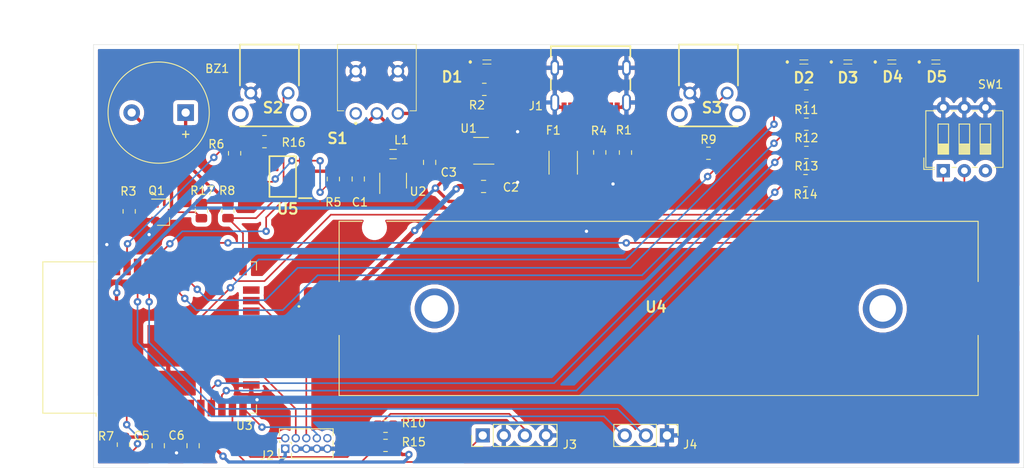
<source format=kicad_pcb>
(kicad_pcb (version 20171130) (host pcbnew "(5.1.6)-1")
  (layers (0 Front signal) (1 In1.Cu signal) (2 In2.Cu signal) (31 Back signal) (34 B.Paste user) (35 F.Paste user) (36 B.SilkS user) (37 F.SilkS user) (38 B.Mask user) (39 F.Mask user) (44 Edge.Cuts user))
  (net 0 "")
  (net 1 GND)
  (net 2 +BATT)
  (net 3 "Net-(C2-Pad1)")
  (net 4 VCC)
  (net 5 VBUS)
  (net 6 "Net-(D1-Pad1)")
  (net 7 "Net-(D2-Pad2)")
  (net 8 "Net-(D3-Pad2)")
  (net 9 "Net-(D4-Pad2)")
  (net 10 "Net-(D5-Pad2)")
  (net 11 "Net-(F1-Pad1)")
  (net 12 "Net-(J1-PadB8)")
  (net 13 "Net-(J1-PadA5)")
  (net 14 "Net-(J1-PadB7)")
  (net 15 "Net-(J1-PadB5)")
  (net 16 "Net-(J1-PadA8)")
  (net 17 "Net-(J1-PadB6)")
  (net 18 "Net-(J1-PadA6)")
  (net 19 "Net-(J2-Pad10)")
  (net 20 /TDI)
  (net 21 /TDO)
  (net 22 /TCK)
  (net 23 /TMS)
  (net 24 /SW_BLK)
  (net 25 /SW_RED)
  (net 26 "Net-(L1-Pad1)")
  (net 27 "Net-(R2-Pad1)")
  (net 28 "Net-(R7-Pad2)")
  (net 29 "Net-(R8-Pad2)")
  (net 30 /SW_USER)
  (net 31 /LED0)
  (net 32 /LED1)
  (net 33 /LED2)
  (net 34 /LED3)
  (net 35 "Net-(S1-Pad1)")
  (net 36 "Net-(U1-Pad4)")
  (net 37 "Net-(U3-Pad32)")
  (net 38 "Net-(U3-Pad28)")
  (net 39 "Net-(U3-Pad27)")
  (net 40 "Net-(U3-Pad24)")
  (net 41 "Net-(U3-Pad22)")
  (net 42 "Net-(U3-Pad21)")
  (net 43 "Net-(U3-Pad20)")
  (net 44 "Net-(U3-Pad19)")
  (net 45 "Net-(U3-Pad18)")
  (net 46 "Net-(U3-Pad17)")
  (net 47 "Net-(U3-Pad5)")
  (net 48 "Net-(U3-Pad4)")
  (net 49 "Net-(U4-PadMH2)")
  (net 50 "Net-(U4-PadMH1)")
  (net 51 "Net-(BZ1-Pad2)")
  (net 52 "Net-(Q1-Pad1)")
  (net 53 /BUZZER)
  (net 54 "Net-(U3-Pad8)")
  (net 55 "Net-(U3-Pad9)")
  (net 56 /SW_ID0)
  (net 57 /SW_ID1)
  (net 58 "Net-(R5-Pad2)")
  (net 59 /BAT_ADC)
  (net 60 "Net-(R6-Pad1)")
  (net 61 /BAT_ADC_EN)
  (net 62 "Net-(SW1-Pad3)")
  (net 63 /UART_RX)
  (net 64 /UART_TX)
  (module RF_Module:ESP32-WROOM-32 (layer Front) (at 119.255 87.9 90)
    (fp_text reference U3 (at -10.61 8.43) (layer F.SilkS))
    (fp_text value ESP32-WROOM-32)
    (pad 39 smd rect (at -1 -0.755 90) (size 5 5) (layers Front F.Paste F.Mask) (net 1 GND))
    (pad 1 smd rect (at -8.5 -8.255 90) (size 2 0.9) (layers Front F.Paste F.Mask) (net 1 GND))
    (pad 2 smd rect (at -8.5 -6.985 90) (size 2 0.9) (layers Front F.Paste F.Mask) (net 4 VCC))
    (pad 3 smd rect (at -8.5 -5.715 90) (size 2 0.9) (layers Front F.Paste F.Mask) (net 28 "Net-(R7-Pad2)"))
    (pad 4 smd rect (at -8.5 -4.445 90) (size 2 0.9) (layers Front F.Paste F.Mask) (net 48 "Net-(U3-Pad4)"))
    (pad 5 smd rect (at -8.5 -3.175 90) (size 2 0.9) (layers Front F.Paste F.Mask) (net 47 "Net-(U3-Pad5)"))
    (pad 6 smd rect (at -8.5 -1.905 90) (size 2 0.9) (layers Front F.Paste F.Mask) (net 25 /SW_RED))
    (pad 7 smd rect (at -8.5 -0.635 90) (size 2 0.9) (layers Front F.Paste F.Mask) (net 24 /SW_BLK))
    (pad 8 smd rect (at -8.5 0.635 90) (size 2 0.9) (layers Front F.Paste F.Mask) (net 54 "Net-(U3-Pad8)"))
    (pad 9 smd rect (at -8.5 1.905 90) (size 2 0.9) (layers Front F.Paste F.Mask) (net 55 "Net-(U3-Pad9)"))
    (pad 10 smd rect (at -8.5 3.175 90) (size 2 0.9) (layers Front F.Paste F.Mask) (net 30 /SW_USER))
    (pad 11 smd rect (at -8.5 4.445 90) (size 2 0.9) (layers Front F.Paste F.Mask) (net 33 /LED2))
    (pad 12 smd rect (at -8.5 5.715 90) (size 2 0.9) (layers Front F.Paste F.Mask) (net 34 /LED3))
    (pad 13 smd rect (at -8.5 6.985 90) (size 2 0.9) (layers Front F.Paste F.Mask) (net 23 /TMS))
    (pad 14 smd rect (at -8.5 8.255 90) (size 2 0.9) (layers Front F.Paste F.Mask) (net 20 /TDI))
    (pad 15 smd rect (at -5.715 9.255 180) (size 2 0.9) (layers Front F.Paste F.Mask) (net 1 GND))
    (pad 16 smd rect (at -4.445 9.255 180) (size 2 0.9) (layers Front F.Paste F.Mask) (net 22 /TCK))
    (pad 17 smd rect (at -3.175 9.255 180) (size 2 0.9) (layers Front F.Paste F.Mask) (net 46 "Net-(U3-Pad17)"))
    (pad 18 smd rect (at -1.905 9.255 180) (size 2 0.9) (layers Front F.Paste F.Mask) (net 45 "Net-(U3-Pad18)"))
    (pad 19 smd rect (at -0.635 9.255 180) (size 2 0.9) (layers Front F.Paste F.Mask) (net 44 "Net-(U3-Pad19)"))
    (pad 20 smd rect (at 0.635 9.255 180) (size 2 0.9) (layers Front F.Paste F.Mask) (net 43 "Net-(U3-Pad20)"))
    (pad 21 smd rect (at 1.905 9.255 180) (size 2 0.9) (layers Front F.Paste F.Mask) (net 42 "Net-(U3-Pad21)"))
    (pad 22 smd rect (at 3.175 9.255 180) (size 2 0.9) (layers Front F.Paste F.Mask) (net 41 "Net-(U3-Pad22)"))
    (pad 23 smd rect (at 4.445 9.255 180) (size 2 0.9) (layers Front F.Paste F.Mask) (net 21 /TDO))
    (pad 24 smd rect (at 5.715 9.255 180) (size 2 0.9) (layers Front F.Paste F.Mask) (net 40 "Net-(U3-Pad24)"))
    (pad 25 smd rect (at 8.5 8.255 90) (size 2 0.9) (layers Front F.Paste F.Mask) (net 29 "Net-(R8-Pad2)"))
    (pad 26 smd rect (at 8.5 6.985 90) (size 2 0.9) (layers Front F.Paste F.Mask) (net 56 /SW_ID0))
    (pad 27 smd rect (at 8.5 5.715 90) (size 2 0.9) (layers Front F.Paste F.Mask) (net 39 "Net-(U3-Pad27)"))
    (pad 28 smd rect (at 8.5 4.445 90) (size 2 0.9) (layers Front F.Paste F.Mask) (net 38 "Net-(U3-Pad28)"))
    (pad 29 smd rect (at 8.5 3.175 90) (size 2 0.9) (layers Front F.Paste F.Mask) (net 57 /SW_ID1))
    (pad 30 smd rect (at 8.5 1.905 90) (size 2 0.9) (layers Front F.Paste F.Mask) (net 31 /LED0))
    (pad 31 smd rect (at 8.5 0.635 90) (size 2 0.9) (layers Front F.Paste F.Mask) (net 32 /LED1))
    (pad 32 smd rect (at 8.5 -0.635 90) (size 2 0.9) (layers Front F.Paste F.Mask) (net 37 "Net-(U3-Pad32)"))
    (pad 33 smd rect (at 8.5 -1.905 90) (size 2 0.9) (layers Front F.Paste F.Mask) (net 61 /BAT_ADC_EN))
    (pad 34 smd rect (at 8.5 -3.175 90) (size 2 0.9) (layers Front F.Paste F.Mask) (net 63 /UART_RX))
    (pad 35 smd rect (at 8.5 -4.445 90) (size 2 0.9) (layers Front F.Paste F.Mask) (net 64 /UART_TX))
    (pad 36 smd rect (at 8.5 -5.715 90) (size 2 0.9) (layers Front F.Paste F.Mask) (net 59 /BAT_ADC))
    (pad 37 smd rect (at 8.5 -6.985 90) (size 2 0.9) (layers Front F.Paste F.Mask) (net 53 /BUZZER))
    (pad 38 smd rect (at 8.5 -8.255 90) (size 2 0.9) (layers Front F.Paste F.Mask) (net 1 GND))
  )
  (module Connector_PinHeader_2.54mm:PinHeader_1x03_P2.54mm_Vertical (layer Front) (at 178.6 99.7 270)
    (fp_text reference J4 (at 1.1 -2.8 180) (layer F.SilkS))
    (fp_text value UART_Prog)
    (pad 3 thru_hole oval (at 0 5.08 270) (size 1.7 1.7) (drill 1) (layers *.Cu *.Mask) (net 64 /UART_TX))
    (pad 2 thru_hole oval (at 0 2.54 270) (size 1.7 1.7) (drill 1) (layers *.Cu *.Mask) (net 63 /UART_RX))
    (pad 1 thru_hole rect (at 0 0 270) (size 1.7 1.7) (drill 1) (layers *.Cu *.Mask) (net 1 GND))
  )
  (module Package_TO_SOT_SMD:SOT-23-5 (layer Front) (at 145.6 69 90)
    (fp_text reference U2 (at -1.3 3 180) (layer F.SilkS))
    (fp_text value SC4626)
    (pad 1 smd rect (at -1.1 -0.95 90) (size 1.06 0.65) (layers Front F.Paste F.Mask) (net 2 +BATT))
    (pad 2 smd rect (at -1.1 0 90) (size 1.06 0.65) (layers Front F.Paste F.Mask) (net 1 GND))
    (pad 3 smd rect (at -1.1 0.95 90) (size 1.06 0.65) (layers Front F.Paste F.Mask) (net 2 +BATT))
    (pad 4 smd rect (at 1.1 0.95 90) (size 1.06 0.65) (layers Front F.Paste F.Mask) (net 4 VCC))
    (pad 5 smd rect (at 1.1 -0.95 90) (size 1.06 0.65) (layers Front F.Paste F.Mask) (net 26 "Net-(L1-Pad1)"))
  )
  (module SamacSys_Parts:SOIC127P600X175-8N (layer Front) (at 132.3 68.5 180)
    (fp_text reference U5 (at -0.6 -3.9) (layer F.SilkS) (effects (font (size 1.27 1.27) (thickness 0.254))))
    (fp_text value IRF9952TRPBF hide)
    (pad 8 smd rect (at 2.712 -1.905 270) (size 0.7 1.525) (layers Front F.Paste F.Mask) (net 58 "Net-(R5-Pad2)"))
    (pad 7 smd rect (at 2.712 -0.635 270) (size 0.7 1.525) (layers Front F.Paste F.Mask) (net 58 "Net-(R5-Pad2)"))
    (pad 6 smd rect (at 2.712 0.635 270) (size 0.7 1.525) (layers Front F.Paste F.Mask) (net 60 "Net-(R6-Pad1)"))
    (pad 5 smd rect (at 2.712 1.905 270) (size 0.7 1.525) (layers Front F.Paste F.Mask) (net 60 "Net-(R6-Pad1)"))
    (pad 4 smd rect (at -2.712 1.905 270) (size 0.7 1.525) (layers Front F.Paste F.Mask) (net 58 "Net-(R5-Pad2)"))
    (pad 3 smd rect (at -2.712 0.635 270) (size 0.7 1.525) (layers Front F.Paste F.Mask) (net 2 +BATT))
    (pad 2 smd rect (at -2.712 -0.635 270) (size 0.7 1.525) (layers Front F.Paste F.Mask) (net 61 /BAT_ADC_EN))
    (pad 1 smd rect (at -2.712 -1.905 270) (size 0.7 1.525) (layers Front F.Paste F.Mask) (net 1 GND))
  )
  (module Resistor_SMD:R_0805_2012Metric (layer Front) (at 122.5 72.6125 270)
    (fp_text reference R17 (at -2.4125 -0.1 180) (layer F.SilkS))
    (fp_text value 1K)
    (pad 2 smd roundrect (at 0.9125 0 270) (size 1.025 1.4) (layers Front F.Paste F.Mask) (roundrect_rratio 0.243902) (net 51 "Net-(BZ1-Pad2)"))
    (pad 1 smd roundrect (at -0.9125 0 270) (size 1.025 1.4) (layers Front F.Paste F.Mask) (roundrect_rratio 0.243902) (net 4 VCC))
  )
  (module Resistor_SMD:R_0805_2012Metric (layer Front) (at 130.1 64.3)
    (fp_text reference R16 (at 3.5125 0.1) (layer F.SilkS))
    (fp_text value 100K)
    (pad 2 smd roundrect (at 0.9125 0) (size 1.025 1.4) (layers Front F.Paste F.Mask) (roundrect_rratio 0.243902) (net 1 GND))
    (pad 1 smd roundrect (at -0.9125 0) (size 1.025 1.4) (layers Front F.Paste F.Mask) (roundrect_rratio 0.243902) (net 59 /BAT_ADC))
  )
  (module Resistor_SMD:R_0805_2012Metric (layer Front) (at 126.5 65.7 90)
    (fp_text reference R6 (at 1.1 -2.2 180) (layer F.SilkS))
    (fp_text value 100K)
    (pad 2 smd roundrect (at 0.9125 0 90) (size 1.025 1.4) (layers Front F.Paste F.Mask) (roundrect_rratio 0.243902) (net 59 /BAT_ADC))
    (pad 1 smd roundrect (at -0.9125 0 90) (size 1.025 1.4) (layers Front F.Paste F.Mask) (roundrect_rratio 0.243902) (net 60 "Net-(R6-Pad1)"))
  )
  (module Resistor_SMD:R_0805_2012Metric (layer Front) (at 138.4 68.8 270)
    (fp_text reference R5 (at 2.8 0 180) (layer F.SilkS))
    (fp_text value 100K)
    (pad 2 smd roundrect (at 0.9125 0 270) (size 1.025 1.4) (layers Front F.Paste F.Mask) (roundrect_rratio 0.243902) (net 58 "Net-(R5-Pad2)"))
    (pad 1 smd roundrect (at -0.9125 0 270) (size 1.025 1.4) (layers Front F.Paste F.Mask) (roundrect_rratio 0.243902) (net 2 +BATT))
  )
  (module SamacSys_Parts:1825027-8 (layer Front) (at 183.6 52.6 180)
    (fp_text reference S3 (at -0.428 -7.61) (layer F.SilkS) (effects (font (size 1.27 1.27) (thickness 0.254))))
    (fp_text value 1825027-8 hide)
    (pad 4 thru_hole circle (at 3.505 -8.34 180) (size 2 2) (drill 1.3) (layers *.Cu *.Mask))
    (pad 3 thru_hole circle (at -3.505 -8.34 180) (size 2 2) (drill 1.3) (layers *.Cu *.Mask))
    (pad 2 thru_hole circle (at 2.25 -5.85 180) (size 1.55 1.55) (drill 1) (layers *.Cu *.Mask) (net 1 GND))
    (pad 1 thru_hole circle (at -2.25 -5.85 180) (size 1.55 1.55) (drill 1) (layers *.Cu *.Mask) (net 30 /SW_USER))
  )
  (module SamacSys_Parts:1825027-8 (layer Front) (at 130.7 52.6 180)
    (fp_text reference S2 (at -0.428 -7.61) (layer F.SilkS) (effects (font (size 1.27 1.27) (thickness 0.254))))
    (fp_text value 1825027-8 hide)
    (pad 4 thru_hole circle (at 3.505 -8.34 180) (size 2 2) (drill 1.3) (layers *.Cu *.Mask))
    (pad 3 thru_hole circle (at -3.505 -8.34 180) (size 2 2) (drill 1.3) (layers *.Cu *.Mask))
    (pad 2 thru_hole circle (at 2.25 -5.85 180) (size 1.55 1.55) (drill 1) (layers *.Cu *.Mask) (net 1 GND))
    (pad 1 thru_hole circle (at -2.25 -5.85 180) (size 1.55 1.55) (drill 1) (layers *.Cu *.Mask) (net 29 "Net-(R8-Pad2)"))
  )
  (module Button_Switch_THT:SW_DIP_SPSTx03_Slide_6.7x9.18mm_W7.62mm_P2.54mm_LowProfile (layer Front) (at 211.9 67.8 90)
    (fp_text reference SW1 (at 10.4 5.7 180) (layer F.SilkS))
    (fp_text value SW_DIP_x03)
    (pad 6 thru_hole oval (at 7.62 0 90) (size 1.6 1.6) (drill 0.8) (layers *.Cu *.Mask) (net 1 GND))
    (pad 3 thru_hole oval (at 0 5.08 90) (size 1.6 1.6) (drill 0.8) (layers *.Cu *.Mask) (net 62 "Net-(SW1-Pad3)"))
    (pad 5 thru_hole oval (at 7.62 2.54 90) (size 1.6 1.6) (drill 0.8) (layers *.Cu *.Mask) (net 1 GND))
    (pad 2 thru_hole oval (at 0 2.54 90) (size 1.6 1.6) (drill 0.8) (layers *.Cu *.Mask) (net 57 /SW_ID1))
    (pad 4 thru_hole oval (at 7.62 5.08 90) (size 1.6 1.6) (drill 0.8) (layers *.Cu *.Mask) (net 1 GND))
    (pad 1 thru_hole rect (at 0 0 90) (size 1.6 1.6) (drill 0.8) (layers *.Cu *.Mask) (net 56 /SW_ID0))
  )
  (module Inductor_SMD:L_0805_2012Metric (layer Front) (at 145.6 65.8)
    (fp_text reference L1 (at 1 -1.7) (layer F.SilkS))
    (fp_text value 2.2uH)
    (pad 1 smd roundrect (at -1.0625 0) (size 0.875 1.2) (layers Front F.Paste F.Mask) (net 26 "Net-(L1-Pad1)"))
    (pad 2 smd roundrect (at 1.0625 0) (size 0.875 1.2) (layers Front F.Paste F.Mask) (net 4 VCC))
  )
  (module SamacSys_Parts:APA2107LSYCKJ3PRV (layer Front) (at 195.1 54.7)
    (fp_text reference D2 (at 0 1.9) (layer F.SilkS) (effects (font (size 1.27 1.27) (thickness 0.254))))
    (fp_text value LED hide)
    (pad 2 smd rect (at 1.2 0) (size 0.9 1) (layers Front F.Paste F.Mask) (net 7 "Net-(D2-Pad2)"))
    (pad 1 smd rect (at -1.2 0) (size 0.9 1) (layers Front F.Paste F.Mask) (net 1 GND))
  )
  (module SamacSys_Parts:APA2107LSYCKJ3PRV (layer Front) (at 211 54.7)
    (fp_text reference D5 (at 0.1 1.8) (layer F.SilkS) (effects (font (size 1.27 1.27) (thickness 0.254))))
    (fp_text value LED hide)
    (pad 2 smd rect (at 1.2 0) (size 0.9 1) (layers Front F.Paste F.Mask) (net 10 "Net-(D5-Pad2)"))
    (pad 1 smd rect (at -1.2 0) (size 0.9 1) (layers Front F.Paste F.Mask) (net 1 GND))
  )
  (module SamacSys_Parts:APA2107LSYCKJ3PRV (layer Front) (at 205.7 54.7)
    (fp_text reference D4 (at 0.1 1.8) (layer F.SilkS) (effects (font (size 1.27 1.27) (thickness 0.254))))
    (fp_text value LED hide)
    (pad 2 smd rect (at 1.2 0) (size 0.9 1) (layers Front F.Paste F.Mask) (net 9 "Net-(D4-Pad2)"))
    (pad 1 smd rect (at -1.2 0) (size 0.9 1) (layers Front F.Paste F.Mask) (net 1 GND))
  )
  (module SamacSys_Parts:APA2107LSYCKJ3PRV (layer Front) (at 200.4 54.7)
    (fp_text reference D3 (at 0 1.9) (layer F.SilkS) (effects (font (size 1.27 1.27) (thickness 0.254))))
    (fp_text value LED hide)
    (pad 2 smd rect (at 1.2 0) (size 0.9 1) (layers Front F.Paste F.Mask) (net 8 "Net-(D3-Pad2)"))
    (pad 1 smd rect (at -1.2 0) (size 0.9 1) (layers Front F.Paste F.Mask) (net 1 GND))
  )
  (module SamacSys_Parts:APA2107LSYCKJ3PRV (layer Front) (at 156.9 54.7)
    (fp_text reference D1 (at -4.2 1.8) (layer F.SilkS) (effects (font (size 1.27 1.27) (thickness 0.254))))
    (fp_text value CHG_LED hide)
    (pad 2 smd rect (at 1.2 0) (size 0.9 1) (layers Front F.Paste F.Mask) (net 5 VBUS))
    (pad 1 smd rect (at -1.2 0) (size 0.9 1) (layers Front F.Paste F.Mask) (net 6 "Net-(D1-Pad1)"))
  )
  (module Resistor_SMD:R_0805_2012Metric (layer Front) (at 113.8 72.7 270)
    (fp_text reference R3 (at -2.4125 0.1 180) (layer F.SilkS))
    (fp_text value 1K)
    (pad 1 smd roundrect (at -0.9125 0 270) (size 1.025 1.4) (layers Front F.Paste F.Mask) (roundrect_rratio 0.243902) (net 52 "Net-(Q1-Pad1)"))
    (pad 2 smd roundrect (at 0.9125 0 270) (size 1.025 1.4) (layers Front F.Paste F.Mask) (roundrect_rratio 0.243902) (net 53 /BUZZER))
  )
  (module Package_TO_SOT_SMD:SOT-23 (layer Front) (at 117.9 72.8)
    (fp_text reference Q1 (at -0.8 -2.6) (layer F.SilkS))
    (fp_text value BC817)
    (pad 1 smd rect (at -1 -0.95) (size 0.9 0.8) (layers Front F.Paste F.Mask) (net 52 "Net-(Q1-Pad1)"))
    (pad 2 smd rect (at -1 0.95) (size 0.9 0.8) (layers Front F.Paste F.Mask) (net 1 GND))
    (pad 3 smd rect (at 1 0) (size 0.9 0.8) (layers Front F.Paste F.Mask) (net 51 "Net-(BZ1-Pad2)"))
  )
  (module Buzzer_Beeper:Buzzer_12x9.5RM6.5 (layer Front) (at 120.6 60.8 180)
    (fp_text reference BZ1 (at -3.8 5.3) (layer F.SilkS))
    (fp_text value Buzzer)
    (fp_text user + (at -0.01 -2.54) (layer F.SilkS))
    (pad 1 thru_hole rect (at 0 0 180) (size 2 2) (drill 1) (layers *.Cu *.Mask) (net 4 VCC))
    (pad 2 thru_hole circle (at 6.5 0 180) (size 2 2) (drill 1) (layers *.Cu *.Mask) (net 51 "Net-(BZ1-Pad2)"))
  )
  (module SamacSys_Parts:12BHC186P1GR (layer Front) (at 177.6 84.4)
    (fp_text reference U4 (at -0.325 -0.175) (layer F.SilkS) (effects (font (size 1.27 1.27) (thickness 0.254))))
    (fp_text value 12BHC186P1-GR hide)
    (pad 1 smd rect (at -40.1 0 90) (size 5.12 5.3) (layers Front F.Paste F.Mask) (net 3 "Net-(C2-Pad1)"))
    (pad 2 smd rect (at 40.1 0 90) (size 5.12 5.3) (layers Front F.Paste F.Mask) (net 1 GND))
    (pad MH1 thru_hole circle (at -27 0) (size 4.8 4.8) (drill 3.2) (layers *.Cu *.Mask) (net 50 "Net-(U4-PadMH1)"))
    (pad MH2 thru_hole circle (at 27 0) (size 4.8 4.8) (drill 3.2) (layers *.Cu *.Mask) (net 49 "Net-(U4-PadMH2)"))
    (pad MH3 np_thru_hole circle (at -34.25 -9.75) (size 2 0) (drill 2) (layers *.Cu *.Mask))
  )
  (module Package_TO_SOT_SMD:SOT-23-5_HandSoldering (layer Front) (at 156.2 65.4 180)
    (fp_text reference U1 (at 1.5 2.7) (layer F.SilkS))
    (fp_text value MAX1555EZK+T)
    (pad 1 smd rect (at -1.35 -0.95 180) (size 1.56 0.65) (layers Front F.Paste F.Mask) (net 5 VBUS))
    (pad 2 smd rect (at -1.35 0 180) (size 1.56 0.65) (layers Front F.Paste F.Mask) (net 1 GND))
    (pad 3 smd rect (at -1.35 0.95 180) (size 1.56 0.65) (layers Front F.Paste F.Mask) (net 27 "Net-(R2-Pad1)"))
    (pad 4 smd rect (at 1.35 0.95 180) (size 1.56 0.65) (layers Front F.Paste F.Mask) (net 36 "Net-(U1-Pad4)"))
    (pad 5 smd rect (at 1.35 -0.95 180) (size 1.56 0.65) (layers Front F.Paste F.Mask) (net 3 "Net-(C2-Pad1)"))
  )
  (module SamacSys_Parts:AS1D5M10Z (layer Front) (at 141.1 60.9 270)
    (fp_text reference S1 (at 3 2.2 180) (layer F.SilkS) (effects (font (size 1.27 1.27) (thickness 0.254))))
    (fp_text value AS1D-5M-10-Z hide)
    (pad 1 thru_hole circle (at 0 0 270) (size 1.5 1.5) (drill 1) (layers *.Cu *.Mask) (net 35 "Net-(S1-Pad1)"))
    (pad 2 thru_hole circle (at 0 -2.54 270) (size 1.5 1.5) (drill 1) (layers *.Cu *.Mask) (net 2 +BATT))
    (pad 3 thru_hole circle (at 0 -5.08 270) (size 1.5 1.5) (drill 1) (layers *.Cu *.Mask) (net 3 "Net-(C2-Pad1)"))
    (pad MH1 thru_hole circle (at -5.08 0 270) (size 1.5 1.5) (drill 1) (layers *.Cu *.Mask) (net 1 GND))
    (pad MH2 thru_hole circle (at -5.08 -5.08 270) (size 1.5 1.5) (drill 1) (layers *.Cu *.Mask) (net 1 GND))
  )
  (module Resistor_SMD:R_0805_2012Metric (layer Front) (at 144.6875 100.9 180)
    (fp_text reference R15 (at -3.4 0.4) (layer F.SilkS))
    (fp_text value 10K)
    (pad 1 smd roundrect (at -0.9125 0 180) (size 1.025 1.4) (layers Front F.Paste F.Mask) (roundrect_rratio 0.243902) (net 4 VCC))
    (pad 2 smd roundrect (at 0.9125 0 180) (size 1.025 1.4) (layers Front F.Paste F.Mask) (roundrect_rratio 0.243902) (net 25 /SW_RED))
  )
  (module Resistor_SMD:R_0805_2012Metric (layer Front) (at 195.3 69 180)
    (fp_text reference R14 (at 0 -1.65) (layer F.SilkS))
    (fp_text value 330R)
    (pad 1 smd roundrect (at -0.9125 0 180) (size 1.025 1.4) (layers Front F.Paste F.Mask) (roundrect_rratio 0.243902) (net 10 "Net-(D5-Pad2)"))
    (pad 2 smd roundrect (at 0.9125 0 180) (size 1.025 1.4) (layers Front F.Paste F.Mask) (roundrect_rratio 0.243902) (net 34 /LED3))
  )
  (module Resistor_SMD:R_0805_2012Metric (layer Front) (at 195.4 65.6 180)
    (fp_text reference R13 (at 0 -1.65) (layer F.SilkS))
    (fp_text value 330R)
    (pad 1 smd roundrect (at -0.9125 0 180) (size 1.025 1.4) (layers Front F.Paste F.Mask) (roundrect_rratio 0.243902) (net 9 "Net-(D4-Pad2)"))
    (pad 2 smd roundrect (at 0.9125 0 180) (size 1.025 1.4) (layers Front F.Paste F.Mask) (roundrect_rratio 0.243902) (net 33 /LED2))
  )
  (module Resistor_SMD:R_0805_2012Metric (layer Front) (at 195.4 62.2 180)
    (fp_text reference R12 (at 0 -1.65) (layer F.SilkS))
    (fp_text value 330R)
    (pad 1 smd roundrect (at -0.9125 0 180) (size 1.025 1.4) (layers Front F.Paste F.Mask) (roundrect_rratio 0.243902) (net 8 "Net-(D3-Pad2)"))
    (pad 2 smd roundrect (at 0.9125 0 180) (size 1.025 1.4) (layers Front F.Paste F.Mask) (roundrect_rratio 0.243902) (net 32 /LED1))
  )
  (module Resistor_SMD:R_0805_2012Metric (layer Front) (at 195.3875 58.8 180)
    (fp_text reference R11 (at 0 -1.65) (layer F.SilkS))
    (fp_text value 330R)
    (pad 1 smd roundrect (at -0.9125 0 180) (size 1.025 1.4) (layers Front F.Paste F.Mask) (roundrect_rratio 0.243902) (net 7 "Net-(D2-Pad2)"))
    (pad 2 smd roundrect (at 0.9125 0 180) (size 1.025 1.4) (layers Front F.Paste F.Mask) (roundrect_rratio 0.243902) (net 31 /LED0))
  )
  (module Resistor_SMD:R_0805_2012Metric (layer Front) (at 144.6875 98.6 180)
    (fp_text reference R10 (at -3.4 0.4) (layer F.SilkS))
    (fp_text value 10K)
    (pad 1 smd roundrect (at -0.9125 0 180) (size 1.025 1.4) (layers Front F.Paste F.Mask) (roundrect_rratio 0.243902) (net 4 VCC))
    (pad 2 smd roundrect (at 0.9125 0 180) (size 1.025 1.4) (layers Front F.Paste F.Mask) (roundrect_rratio 0.243902) (net 24 /SW_BLK))
  )
  (module Resistor_SMD:R_0805_2012Metric (layer Front) (at 183.6 65.7)
    (fp_text reference R9 (at 0 -1.65) (layer F.SilkS))
    (fp_text value 10K)
    (pad 1 smd roundrect (at -0.9125 0) (size 1.025 1.4) (layers Front F.Paste F.Mask) (roundrect_rratio 0.243902) (net 4 VCC))
    (pad 2 smd roundrect (at 0.9125 0) (size 1.025 1.4) (layers Front F.Paste F.Mask) (roundrect_rratio 0.243902) (net 30 /SW_USER))
  )
  (module Resistor_SMD:R_0805_2012Metric (layer Front) (at 125.7 72.6 270)
    (fp_text reference R8 (at -2.4 0.1 180) (layer F.SilkS))
    (fp_text value 10K)
    (pad 1 smd roundrect (at -0.9125 0 270) (size 1.025 1.4) (layers Front F.Paste F.Mask) (roundrect_rratio 0.243902) (net 4 VCC))
    (pad 2 smd roundrect (at 0.9125 0 270) (size 1.025 1.4) (layers Front F.Paste F.Mask) (roundrect_rratio 0.243902) (net 29 "Net-(R8-Pad2)"))
  )
  (module Resistor_SMD:R_0805_2012Metric (layer Front) (at 113.1 100.8125 270)
    (fp_text reference R7 (at -1.0125 2.1 180) (layer F.SilkS))
    (fp_text value 10K)
    (pad 1 smd roundrect (at -0.9125 0 270) (size 1.025 1.4) (layers Front F.Paste F.Mask) (roundrect_rratio 0.243902) (net 4 VCC))
    (pad 2 smd roundrect (at 0.9125 0 270) (size 1.025 1.4) (layers Front F.Paste F.Mask) (roundrect_rratio 0.243902) (net 28 "Net-(R7-Pad2)"))
  )
  (module Resistor_SMD:R_0805_2012Metric (layer Front) (at 170.5 65.6 270)
    (fp_text reference R4 (at -2.6125 0.1 180) (layer F.SilkS))
    (fp_text value 5.1K)
    (pad 1 smd roundrect (at -0.9125 0 270) (size 1.025 1.4) (layers Front F.Paste F.Mask) (roundrect_rratio 0.243902) (net 15 "Net-(J1-PadB5)"))
    (pad 2 smd roundrect (at 0.9125 0 270) (size 1.025 1.4) (layers Front F.Paste F.Mask) (roundrect_rratio 0.243902) (net 1 GND))
  )
  (module Resistor_SMD:R_0805_2012Metric (layer Front) (at 156.5875 58 180)
    (fp_text reference R2 (at 0.8875 -1.9) (layer F.SilkS))
    (fp_text value 330R)
    (pad 1 smd roundrect (at -0.9125 0 180) (size 1.025 1.4) (layers Front F.Paste F.Mask) (roundrect_rratio 0.243902) (net 27 "Net-(R2-Pad1)"))
    (pad 2 smd roundrect (at 0.9125 0 180) (size 1.025 1.4) (layers Front F.Paste F.Mask) (roundrect_rratio 0.243902) (net 6 "Net-(D1-Pad1)"))
  )
  (module Resistor_SMD:R_0805_2012Metric (layer Front) (at 173.6 65.6125 270)
    (fp_text reference R1 (at -2.7 0.2 180) (layer F.SilkS))
    (fp_text value 5.1K)
    (pad 1 smd roundrect (at -0.9125 0 270) (size 1.025 1.4) (layers Front F.Paste F.Mask) (roundrect_rratio 0.243902) (net 13 "Net-(J1-PadA5)"))
    (pad 2 smd roundrect (at 0.9125 0 270) (size 1.025 1.4) (layers Front F.Paste F.Mask) (roundrect_rratio 0.243902) (net 1 GND))
  )
  (module Connector_PinHeader_2.54mm:PinHeader_1x04_P2.54mm_Vertical (layer Front) (at 156.4 99.7 90)
    (fp_text reference J3 (at -1.1 10.5 180) (layer F.SilkS))
    (fp_text value Conn_01x04)
    (pad 4 thru_hole oval (at 0 7.62 90) (size 1.7 1.7) (drill 1) (layers *.Cu *.Mask) (net 1 GND))
    (pad 3 thru_hole oval (at 0 5.08 90) (size 1.7 1.7) (drill 1) (layers *.Cu *.Mask) (net 24 /SW_BLK))
    (pad 2 thru_hole oval (at 0 2.54 90) (size 1.7 1.7) (drill 1) (layers *.Cu *.Mask) (net 1 GND))
    (pad 1 thru_hole rect (at 0 0 90) (size 1.7 1.7) (drill 1) (layers *.Cu *.Mask) (net 25 /SW_RED))
  )
  (module Connector_PinHeader_1.27mm:PinHeader_2x05_P1.27mm_Vertical (layer Front) (at 132.6 101.3 90)
    (fp_text reference J2 (at -0.8 -2.2 180) (layer F.SilkS))
    (fp_text value "ESP-Prog JTAG")
    (pad 1 thru_hole rect (at 0 0 90) (size 1 1) (drill 0.65) (layers *.Cu *.Mask) (net 4 VCC))
    (pad 2 thru_hole oval (at 1.27 0 90) (size 1 1) (drill 0.65) (layers *.Cu *.Mask) (net 23 /TMS))
    (pad 3 thru_hole oval (at 0 1.27 90) (size 1 1) (drill 0.65) (layers *.Cu *.Mask) (net 1 GND))
    (pad 4 thru_hole oval (at 1.27 1.27 90) (size 1 1) (drill 0.65) (layers *.Cu *.Mask) (net 22 /TCK))
    (pad 5 thru_hole oval (at 0 2.54 90) (size 1 1) (drill 0.65) (layers *.Cu *.Mask) (net 1 GND))
    (pad 6 thru_hole oval (at 1.27 2.54 90) (size 1 1) (drill 0.65) (layers *.Cu *.Mask) (net 21 /TDO))
    (pad 7 thru_hole oval (at 0 3.81 90) (size 1 1) (drill 0.65) (layers *.Cu *.Mask) (net 1 GND))
    (pad 8 thru_hole oval (at 1.27 3.81 90) (size 1 1) (drill 0.65) (layers *.Cu *.Mask) (net 20 /TDI))
    (pad 9 thru_hole oval (at 0 5.08 90) (size 1 1) (drill 0.65) (layers *.Cu *.Mask) (net 1 GND))
    (pad 10 thru_hole oval (at 1.27 5.08 90) (size 1 1) (drill 0.65) (layers *.Cu *.Mask) (net 19 "Net-(J2-Pad10)"))
  )
  (module USB4105-GF-A:GCT_USB4105-GF-A (layer Front) (at 169.4 55.4 180)
    (fp_text reference J1 (at 6.6 -4.6) (layer F.SilkS))
    (fp_text value USB4105-GF-A)
    (pad S2 thru_hole oval (at -4.32 0 180) (size 1 2) (drill oval 0.6 1.4) (layers *.Cu *.Mask) (net 1 GND))
    (pad S3 thru_hole oval (at 4.32 0 180) (size 1 2) (drill oval 0.6 1.4) (layers *.Cu *.Mask) (net 1 GND))
    (pad S1 thru_hole oval (at -4.32 -4.18 180) (size 1.05 2.1) (drill oval 0.6 1.7) (layers *.Cu *.Mask) (net 1 GND))
    (pad S4 thru_hole oval (at 4.32 -4.18 180) (size 1.05 2.1) (drill oval 0.6 1.7) (layers *.Cu *.Mask) (net 1 GND))
    (pad None np_thru_hole circle (at 2.89 -3.68 180) (size 0.65 0.65) (drill 0.65) (layers *.Cu *.Mask))
    (pad None np_thru_hole circle (at -2.89 -3.68 180) (size 0.65 0.65) (drill 0.65) (layers *.Cu *.Mask))
    (pad A1_B12 smd rect (at -3.2 -4.755 180) (size 0.6 1.15) (layers Front F.Paste F.Mask) (net 1 GND))
    (pad B1_A12 smd rect (at 3.2 -4.755 180) (size 0.6 1.15) (layers Front F.Paste F.Mask) (net 1 GND))
    (pad A4_B9 smd rect (at -2.4 -4.755 180) (size 0.6 1.15) (layers Front F.Paste F.Mask) (net 11 "Net-(F1-Pad1)"))
    (pad B4_A9 smd rect (at 2.4 -4.755 180) (size 0.6 1.15) (layers Front F.Paste F.Mask) (net 11 "Net-(F1-Pad1)"))
    (pad A7 smd rect (at 0.25 -4.755 180) (size 0.3 1.15) (layers Front F.Paste F.Mask) (net 18 "Net-(J1-PadA6)"))
    (pad A6 smd rect (at -0.25 -4.755 180) (size 0.3 1.15) (layers Front F.Paste F.Mask) (net 18 "Net-(J1-PadA6)"))
    (pad B6 smd rect (at 0.75 -4.755 180) (size 0.3 1.15) (layers Front F.Paste F.Mask) (net 17 "Net-(J1-PadB6)"))
    (pad A8 smd rect (at 1.25 -4.755 180) (size 0.3 1.15) (layers Front F.Paste F.Mask) (net 16 "Net-(J1-PadA8)"))
    (pad B5 smd rect (at 1.75 -4.755 180) (size 0.3 1.15) (layers Front F.Paste F.Mask) (net 15 "Net-(J1-PadB5)"))
    (pad B7 smd rect (at -0.75 -4.755 180) (size 0.3 1.15) (layers Front F.Paste F.Mask) (net 14 "Net-(J1-PadB7)"))
    (pad A5 smd rect (at -1.25 -4.755 180) (size 0.3 1.15) (layers Front F.Paste F.Mask) (net 13 "Net-(J1-PadA5)"))
    (pad B8 smd rect (at -1.75 -4.755 180) (size 0.3 1.15) (layers Front F.Paste F.Mask) (net 12 "Net-(J1-PadB8)"))
  )
  (module Fuse:Fuse_1812_4532Metric (layer Front) (at 166.1 66.8375 270)
    (fp_text reference F1 (at -3.9 1.2 180) (layer F.SilkS))
    (fp_text value 0ZCG0050AF2C)
    (pad 1 smd roundrect (at -2.1375 0 270) (size 1.125 3.4) (layers Front F.Paste F.Mask) (roundrect_rratio 0.222222) (net 11 "Net-(F1-Pad1)"))
    (pad 2 smd roundrect (at 2.1375 0 270) (size 1.125 3.4) (layers Front F.Paste F.Mask) (roundrect_rratio 0.222222) (net 5 VBUS))
  )
  (module Capacitor_SMD:C_0805_2012Metric_Pad1.18x1.45mm_HandSolder (layer Front) (at 121.5 100.9375 270)
    (fp_text reference C6 (at -1.2375 2 180) (layer F.SilkS))
    (fp_text value 0.1uF)
    (pad 1 smd roundrect (at -1.0375 0 270) (size 1.175 1.45) (layers Front F.Paste F.Mask) (roundrect_rratio 0.212766) (net 4 VCC))
    (pad 2 smd roundrect (at 1.0375 0 270) (size 1.175 1.45) (layers Front F.Paste F.Mask) (roundrect_rratio 0.212766) (net 1 GND))
  )
  (module Capacitor_SMD:C_0805_2012Metric_Pad1.18x1.45mm_HandSolder (layer Front) (at 117.3 100.9375 270)
    (fp_text reference C5 (at -1.2 2 180) (layer F.SilkS))
    (fp_text value 10uF)
    (pad 1 smd roundrect (at -1.0375 0 270) (size 1.175 1.45) (layers Front F.Paste F.Mask) (roundrect_rratio 0.212766) (net 4 VCC))
    (pad 2 smd roundrect (at 1.0375 0 270) (size 1.175 1.45) (layers Front F.Paste F.Mask) (roundrect_rratio 0.212766) (net 1 GND))
  )
  (module Capacitor_SMD:C_0805_2012Metric_Pad1.18x1.45mm_HandSolder (layer Front) (at 150 66.8 270)
    (fp_text reference C3 (at 1.2 -2.3 180) (layer F.SilkS))
    (fp_text value 10uF)
    (pad 1 smd roundrect (at -1.0375 0 270) (size 1.175 1.45) (layers Front F.Paste F.Mask) (roundrect_rratio 0.212766) (net 4 VCC))
    (pad 2 smd roundrect (at 1.0375 0 270) (size 1.175 1.45) (layers Front F.Paste F.Mask) (roundrect_rratio 0.212766) (net 1 GND))
  )
  (module Capacitor_SMD:C_0805_2012Metric_Pad1.18x1.45mm_HandSolder (layer Front) (at 156.5 69.7)
    (fp_text reference C2 (at 3.3 0.1) (layer F.SilkS))
    (fp_text value 1uF)
    (pad 1 smd roundrect (at -1.0375 0) (size 1.175 1.45) (layers Front F.Paste F.Mask) (roundrect_rratio 0.212766) (net 3 "Net-(C2-Pad1)"))
    (pad 2 smd roundrect (at 1.0375 0) (size 1.175 1.45) (layers Front F.Paste F.Mask) (roundrect_rratio 0.212766) (net 1 GND))
  )
  (module Capacitor_SMD:C_0805_2012Metric_Pad1.18x1.45mm_HandSolder (layer Front) (at 141.4 68.8 270)
    (fp_text reference C1 (at 2.8 -0.2 180) (layer F.SilkS))
    (fp_text value 10uF)
    (pad 1 smd roundrect (at -1.0375 0 270) (size 1.175 1.45) (layers Front F.Paste F.Mask) (roundrect_rratio 0.212766) (net 2 +BATT))
    (pad 2 smd roundrect (at 1.0375 0 270) (size 1.175 1.45) (layers Front F.Paste F.Mask) (roundrect_rratio 0.212766) (net 1 GND))
  )
  (gr_line (start 109.5 103.6) (end 109.5 78.1) (layer Edge.Cuts) (width 0.05))
  (gr_line (start 221.6 103.6) (end 109.5 103.6) (layer Edge.Cuts) (width 0.05))
  (gr_line (start 221.6 52.6) (end 221.6 103.6) (layer Edge.Cuts) (width 0.05))
  (gr_line (start 109.5 52.6) (end 221.6 52.6) (layer Edge.Cuts) (width 0.05))
  (gr_line (start 109.5 78.1) (end 109.5 52.6) (layer Edge.Cuts) (width 0.05))
  (via (at 160.6 63.1) (size 0.9) (drill 0.4) (layers Front Back) (net 1))
  (via (at 160.6 69.2) (size 0.9) (drill 0.4) (layers Front Back) (net 1))
  (via (at 119.5 101.8) (size 0.9) (drill 0.4) (layers Front Back) (net 1))
  (via (at 172.1 69.4) (size 0.9) (drill 0.4) (layers Front Back) (net 1))
  (via (at 168.9 75.1) (size 0.9) (drill 0.4) (layers Front Back) (net 1))
  (segment (start 165.655 60.155) (end 165.08 59.58) (width 0.4) (layer Front) (net 1))
  (segment (start 166.2 60.155) (end 165.655 60.155) (width 0.4) (layer Front) (net 1))
  (segment (start 173.145 60.155) (end 173.72 59.58) (width 0.4) (layer Front) (net 1))
  (segment (start 172.6 60.155) (end 173.145 60.155) (width 0.4) (layer Front) (net 1))
  (segment (start 160.6 63.53) (end 160.6 63.1) (width 0.4) (layer Front) (net 1))
  (segment (start 158.73 65.4) (end 160.6 63.53) (width 0.4) (layer Front) (net 1))
  (segment (start 157.55 65.4) (end 158.73 65.4) (width 0.4) (layer Front) (net 1))
  (segment (start 145.6 70.593602) (end 144.793602 71.4) (width 0.4) (layer Front) (net 1))
  (segment (start 145.6 70.1) (end 145.6 70.593602) (width 0.4) (layer Front) (net 1))
  (segment (start 142.9625 71.4) (end 141.4 69.8375) (width 0.4) (layer Front) (net 1))
  (segment (start 144.793602 71.4) (end 142.9625 71.4) (width 0.4) (layer Front) (net 1))
  (via (at 111.1 76.7) (size 0.9) (drill 0.4) (layers Front Back) (net 1))
  (via (at 116.2 75.5) (size 0.9) (drill 0.4) (layers Front Back) (net 1))
  (via (at 129.2 95.4) (size 0.9) (drill 0.4) (layers Front Back) (net 1))
  (segment (start 138.3775 67.865) (end 138.4 67.8875) (width 0.4) (layer Front) (net 2))
  (segment (start 135.012 67.865) (end 138.3775 67.865) (width 0.4) (layer Front) (net 2))
  (segment (start 138.525 67.7625) (end 138.4 67.8875) (width 0.4) (layer Front) (net 2))
  (segment (start 141.4 67.7625) (end 138.525 67.7625) (width 0.4) (layer Front) (net 2))
  (segment (start 142.3125 67.7625) (end 144.65 70.1) (width 0.4) (layer Front) (net 2))
  (segment (start 141.4 67.7625) (end 142.3125 67.7625) (width 0.4) (layer Front) (net 2))
  (segment (start 143.64 60.9) (end 141.9 62.64) (width 0.4) (layer Front) (net 2))
  (segment (start 141.9 67.2625) (end 141.4 67.7625) (width 0.4) (layer Front) (net 2))
  (segment (start 141.9 62.64) (end 141.9 67.2625) (width 0.4) (layer Front) (net 2))
  (segment (start 146.55 69.606398) (end 145.6 68.656398) (width 0.4) (layer Front) (net 2))
  (segment (start 146.55 70.1) (end 146.55 69.606398) (width 0.4) (layer Front) (net 2))
  (segment (start 145.6 62.86) (end 143.64 60.9) (width 0.4) (layer Front) (net 2))
  (segment (start 145.6 68.656398) (end 145.6 62.86) (width 0.4) (layer Front) (net 2))
  (segment (start 144.65 69.606398) (end 145.6 68.656398) (width 0.4) (layer Front) (net 2))
  (segment (start 144.65 70.1) (end 144.65 69.606398) (width 0.4) (layer Front) (net 2))
  (segment (start 155.4625 66.9625) (end 154.85 66.35) (width 0.4) (layer Front) (net 3))
  (segment (start 155.4625 69.7) (end 155.4625 66.9625) (width 0.4) (layer Front) (net 3))
  (via (at 153.2 70) (size 0.9) (drill 0.4) (layers Front Back) (net 3))
  (segment (start 155.4625 69.7) (end 153.5 69.7) (width 0.6) (layer Front) (net 3))
  (segment (start 153.5 69.7) (end 153.2 70) (width 0.6) (layer Front) (net 3))
  (via (at 148.19999 75) (size 0.9) (drill 0.4) (layers Front Back) (net 3))
  (segment (start 153.2 70) (end 150 73.2) (width 0.6) (layer Back) (net 3))
  (segment (start 148.2 75) (end 148.19999 75) (width 0.6) (layer Back) (net 3))
  (segment (start 150 73.2) (end 148.2 75) (width 0.6) (layer Back) (net 3))
  (segment (start 148.19999 75.00001) (end 148.19999 75) (width 0.6) (layer Front) (net 3))
  (segment (start 137.5 84.4) (end 138.8 84.4) (width 0.6) (layer Front) (net 3))
  (segment (start 138.8 84.4) (end 148.19999 75.00001) (width 0.6) (layer Front) (net 3))
  (segment (start 154.75 66.35) (end 154.85 66.35) (width 0.4) (layer Front) (net 3))
  (segment (start 146.18 60.9) (end 149.3 60.9) (width 0.4) (layer Front) (net 3))
  (segment (start 149.3 60.9) (end 154.75 66.35) (width 0.4) (layer Front) (net 3))
  (segment (start 121.5 99.9) (end 113.1 99.9) (width 0.4) (layer Front) (net 4))
  (segment (start 112.27 99.07) (end 112.27 96.4) (width 0.4) (layer Front) (net 4))
  (segment (start 113.1 99.9) (end 112.27 99.07) (width 0.4) (layer Front) (net 4))
  (segment (start 121.5 99.9) (end 122.5 99.9) (width 0.4) (layer Front) (net 4))
  (via (at 125.1 102.2) (size 0.9) (drill 0.4) (layers Front Back) (net 4))
  (segment (start 122.5 99.9) (end 122.8 99.9) (width 0.4) (layer Front) (net 4))
  (segment (start 122.8 99.9) (end 125.1 102.2) (width 0.4) (layer Front) (net 4))
  (segment (start 125.1 102.2) (end 125.8 102.9) (width 0.4) (layer Back) (net 4))
  (via (at 147.5 102) (size 0.9) (drill 0.4) (layers Front Back) (net 4))
  (segment (start 146.9 102.9) (end 147.5 102.3) (width 0.4) (layer Back) (net 4))
  (segment (start 147.5 102.3) (end 147.5 102) (width 0.4) (layer Back) (net 4))
  (segment (start 146.7 102) (end 145.6 100.9) (width 0.4) (layer Front) (net 4))
  (segment (start 147.5 102) (end 146.7 102) (width 0.4) (layer Front) (net 4))
  (segment (start 145.6 98.6) (end 145.6 100.9) (width 0.4) (layer Front) (net 4))
  (segment (start 122.5125 71.6875) (end 122.5 71.7) (width 0.2) (layer Front) (net 4))
  (segment (start 125.7 71.6875) (end 122.5125 71.6875) (width 0.2) (layer Front) (net 4))
  (segment (start 182.6875 65.7) (end 176.8875 71.5) (width 0.4) (layer Front) (net 4))
  (segment (start 152.3 71.5) (end 150.7 69.9) (width 0.4) (layer Front) (net 4))
  (segment (start 176.8875 71.5) (end 152.3 71.5) (width 0.4) (layer Front) (net 4))
  (via (at 150.7 69.9) (size 0.9) (drill 0.4) (layers Front Back) (net 4))
  (segment (start 123.9125 69.9) (end 123.7 69.9) (width 0.4) (layer Front) (net 4))
  (segment (start 125.7 71.6875) (end 123.9125 69.9) (width 0.4) (layer Front) (net 4))
  (segment (start 120.6 66.8) (end 123.7 69.9) (width 0.4) (layer Front) (net 4))
  (via (at 123.7 69.9) (size 0.9) (drill 0.4) (layers Front Back) (net 4))
  (segment (start 120.6 60.8) (end 120.6 66.8) (width 0.4) (layer Front) (net 4))
  (segment (start 146.6625 67.7875) (end 146.55 67.9) (width 0.4) (layer Front) (net 4))
  (segment (start 146.6625 65.8) (end 146.6625 67.7875) (width 0.4) (layer Front) (net 4))
  (segment (start 149.9625 65.8) (end 150 65.7625) (width 0.4) (layer Front) (net 4))
  (segment (start 146.6625 65.8) (end 149.9625 65.8) (width 0.4) (layer Front) (net 4))
  (segment (start 150.7 69.9) (end 152.4 68.2) (width 0.4) (layer Front) (net 4))
  (segment (start 152.4 68.2) (end 152.4 66.8) (width 0.4) (layer Front) (net 4))
  (segment (start 151.3625 65.7625) (end 150 65.7625) (width 0.4) (layer Front) (net 4))
  (segment (start 152.4 66.8) (end 151.3625 65.7625) (width 0.4) (layer Front) (net 4))
  (segment (start 148.3 72.3) (end 150.7 69.9) (width 0.4) (layer Back) (net 4))
  (segment (start 121.2 72.3) (end 148.3 72.3) (width 0.4) (layer Back) (net 4))
  (segment (start 123.6 69.9) (end 121.2 72.3) (width 0.4) (layer Back) (net 4))
  (segment (start 123.7 69.9) (end 123.6 69.9) (width 0.4) (layer Back) (net 4))
  (via (at 112.300008 82.5) (size 0.9) (drill 0.4) (layers Front Back) (net 4))
  (segment (start 112.27 82.530008) (end 112.300008 82.5) (width 0.4) (layer Front) (net 4))
  (segment (start 121.2 72.3) (end 112.300008 81.199992) (width 0.4) (layer Back) (net 4))
  (segment (start 112.27 96.4) (end 112.27 82.530008) (width 0.4) (layer Front) (net 4))
  (segment (start 112.300008 81.199992) (end 112.300008 82.5) (width 0.4) (layer Back) (net 4))
  (segment (start 132.6 102.2) (end 131.9 102.9) (width 0.4) (layer Back) (net 4))
  (segment (start 125.8 102.9) (end 131.9 102.9) (width 0.4) (layer Back) (net 4))
  (segment (start 132.6 101.3) (end 132.6 102.2) (width 0.4) (layer Back) (net 4))
  (segment (start 131.9 102.9) (end 146.9 102.9) (width 0.4) (layer Back) (net 4))
  (segment (start 163.475 66.35) (end 166.1 68.975) (width 0.4) (layer Front) (net 5))
  (segment (start 157.55 66.35) (end 163.475 66.35) (width 0.4) (layer Front) (net 5))
  (segment (start 156.806398 66.35) (end 157.55 66.35) (width 0.4) (layer Front) (net 5))
  (segment (start 158.3 54.7) (end 158.1 54.7) (width 0.4) (layer Front) (net 5))
  (segment (start 163.475 66.35) (end 163.475 59.875) (width 0.4) (layer Front) (net 5))
  (segment (start 163.475 59.875) (end 158.3 54.7) (width 0.4) (layer Front) (net 5))
  (segment (start 155.7 57.975) (end 155.675 58) (width 0.2) (layer Front) (net 6))
  (segment (start 155.7 54.7) (end 155.7 57.975) (width 0.2) (layer Front) (net 6))
  (segment (start 196.3 58.8) (end 196.3 54.7) (width 0.2) (layer Front) (net 7))
  (segment (start 201.6125 54.7125) (end 201.6 54.7) (width 0.2) (layer Front) (net 8))
  (segment (start 201.6125 58.8) (end 201.6125 54.7125) (width 0.2) (layer Front) (net 8))
  (segment (start 198.2125 62.2) (end 201.6125 58.8) (width 0.2) (layer Front) (net 8))
  (segment (start 196.3125 62.2) (end 198.2125 62.2) (width 0.2) (layer Front) (net 8))
  (segment (start 200.6 65.6) (end 196.3125 65.6) (width 0.2) (layer Front) (net 9))
  (segment (start 206.9 54.7) (end 206.9 59.3) (width 0.2) (layer Front) (net 9))
  (segment (start 206.9 59.3) (end 200.6 65.6) (width 0.2) (layer Front) (net 9))
  (segment (start 212.2 57.3) (end 212.2 54.7) (width 0.2) (layer Front) (net 10))
  (segment (start 196.2125 69) (end 200.5 69) (width 0.2) (layer Front) (net 10))
  (segment (start 200.5 69) (end 212.2 57.3) (width 0.2) (layer Front) (net 10))
  (segment (start 167 63.8) (end 166.1 64.7) (width 0.4) (layer Front) (net 11))
  (segment (start 167 60.155) (end 167 63.8) (width 0.4) (layer Front) (net 11))
  (segment (start 170.65 60.155) (end 170.65 61.95) (width 0.2) (layer Front) (net 13))
  (segment (start 173.4 64.7) (end 173.6 64.7) (width 0.2) (layer Front) (net 13))
  (segment (start 170.65 61.95) (end 173.4 64.7) (width 0.2) (layer Front) (net 13))
  (segment (start 170.5 64.6875) (end 170.1875 64.6875) (width 0.2) (layer Front) (net 15))
  (segment (start 167.65 62.15) (end 167.65 60.155) (width 0.2) (layer Front) (net 15))
  (segment (start 170.1875 64.6875) (end 167.65 62.15) (width 0.2) (layer Front) (net 15))
  (segment (start 169.15 60.155) (end 169.65 60.155) (width 0.2) (layer Front) (net 18))
  (segment (start 129.8 98.69) (end 129.8 98.700002) (width 0.2) (layer Front) (net 20))
  (segment (start 127.51 96.4) (end 129.8 98.69) (width 0.2) (layer Front) (net 20))
  (via (at 129.8 98.700002) (size 0.9) (drill 0.4) (layers Front Back) (net 20))
  (segment (start 135.600002 98.700002) (end 129.8 98.700002) (width 0.2) (layer Back) (net 20))
  (segment (start 136.41 100.03) (end 136.41 99.51) (width 0.2) (layer Back) (net 20))
  (segment (start 136.41 99.51) (end 135.600002 98.700002) (width 0.2) (layer Back) (net 20))
  (segment (start 129.098602 83.455) (end 128.51 83.455) (width 0.2) (layer Front) (net 21))
  (segment (start 135.14 89.496398) (end 129.098602 83.455) (width 0.2) (layer Front) (net 21))
  (segment (start 135.14 100.03) (end 135.14 89.496398) (width 0.2) (layer Front) (net 21))
  (segment (start 129.71 92.345) (end 128.51 92.345) (width 0.2) (layer Front) (net 22))
  (segment (start 133.87 96.505) (end 129.71 92.345) (width 0.2) (layer Front) (net 22))
  (segment (start 133.87 100.03) (end 133.87 96.505) (width 0.2) (layer Front) (net 22))
  (segment (start 132.6 100.03) (end 128.13 100.03) (width 0.2) (layer Front) (net 23))
  (segment (start 126.24 98.14) (end 126.24 96.4) (width 0.2) (layer Front) (net 23))
  (segment (start 128.13 100.03) (end 126.24 98.14) (width 0.2) (layer Front) (net 23))
  (segment (start 118.62 97.6) (end 119.32 98.3) (width 0.2) (layer Front) (net 24))
  (segment (start 118.62 96.4) (end 118.62 97.6) (width 0.2) (layer Front) (net 24))
  (segment (start 119.32 98.3) (end 124.4 98.3) (width 0.2) (layer Front) (net 24))
  (segment (start 124.4 98.3) (end 128.4 102.3) (width 0.2) (layer Front) (net 24))
  (segment (start 128.4 102.3) (end 140.1 102.3) (width 0.2) (layer Front) (net 24))
  (segment (start 143.775 98.625) (end 143.775 98.6) (width 0.2) (layer Front) (net 24))
  (segment (start 140.1 102.3) (end 143.775 98.625) (width 0.2) (layer Front) (net 24))
  (segment (start 145.275 97.1) (end 143.775 98.6) (width 0.2) (layer Front) (net 24))
  (segment (start 159.6 97.1) (end 145.275 97.1) (width 0.2) (layer Front) (net 24))
  (segment (start 161.48 99.7) (end 161.48 98.98) (width 0.2) (layer Front) (net 24))
  (segment (start 161.48 98.98) (end 159.6 97.1) (width 0.2) (layer Front) (net 24))
  (segment (start 117.35 96.4) (end 117.35 97.65) (width 0.2) (layer Front) (net 25))
  (segment (start 117.35 97.65) (end 118.5 98.8) (width 0.2) (layer Front) (net 25))
  (segment (start 118.5 98.8) (end 123.7 98.8) (width 0.2) (layer Front) (net 25))
  (segment (start 123.7 98.8) (end 127.8 102.9) (width 0.2) (layer Front) (net 25))
  (segment (start 141.775 102.9) (end 143.775 100.9) (width 0.2) (layer Front) (net 25))
  (segment (start 127.8 102.9) (end 141.6 102.9) (width 0.2) (layer Front) (net 25))
  (segment (start 141.6 102.9) (end 141.775 102.9) (width 0.2) (layer Front) (net 25))
  (segment (start 153.2 102.9) (end 141.6 102.9) (width 0.2) (layer Front) (net 25))
  (segment (start 156.4 99.7) (end 153.2 102.9) (width 0.2) (layer Front) (net 25))
  (segment (start 144.5375 67.7875) (end 144.65 67.9) (width 0.4) (layer Front) (net 26))
  (segment (start 144.5375 65.8) (end 144.5375 67.7875) (width 0.4) (layer Front) (net 26))
  (segment (start 157.55 58.05) (end 157.5 58) (width 0.2) (layer Front) (net 27))
  (segment (start 157.55 64.45) (end 157.55 58.05) (width 0.2) (layer Front) (net 27))
  (segment (start 113.1 101.725) (end 114.075 101.725) (width 0.2) (layer Front) (net 28))
  (via (at 114.8 100.7) (size 0.9) (drill 0.4) (layers Front Back) (net 28))
  (segment (start 114.075 101.725) (end 114.8 101) (width 0.2) (layer Front) (net 28))
  (segment (start 114.8 101) (end 114.8 100.7) (width 0.2) (layer Front) (net 28))
  (segment (start 114.8 100.7) (end 114.8 99.8) (width 0.2) (layer Back) (net 28))
  (via (at 113.5 98.4) (size 0.9) (drill 0.4) (layers Front Back) (net 28))
  (segment (start 114.8 99.8) (end 113.5 98.5) (width 0.2) (layer Back) (net 28))
  (segment (start 113.5 98.5) (end 113.5 98.4) (width 0.2) (layer Back) (net 28))
  (segment (start 113.5 96.44) (end 113.54 96.4) (width 0.2) (layer Front) (net 28))
  (segment (start 113.5 98.4) (end 113.5 96.44) (width 0.2) (layer Front) (net 28))
  (segment (start 127.51 75.3225) (end 127.51 79.4) (width 0.2) (layer Front) (net 29))
  (segment (start 125.7 73.5125) (end 127.51 75.3225) (width 0.2) (layer Front) (net 29))
  (segment (start 132.4 59) (end 132.95 58.45) (width 0.2) (layer Front) (net 29))
  (segment (start 125.7 73.5125) (end 129.0875 73.5125) (width 0.2) (layer Front) (net 29))
  (segment (start 132.4 70.2) (end 132.4 59) (width 0.2) (layer Front) (net 29))
  (segment (start 129.0875 73.5125) (end 132.4 70.2) (width 0.2) (layer Front) (net 29))
  (segment (start 184.5125 59.7875) (end 185.85 58.45) (width 0.2) (layer Front) (net 30))
  (segment (start 184.5125 65.7) (end 184.5125 59.7875) (width 0.2) (layer Front) (net 30))
  (via (at 183.5 68.5) (size 0.9) (drill 0.4) (layers Front Back) (net 30))
  (segment (start 183.5 68.5) (end 184.5 67.5) (width 0.2) (layer Front) (net 30))
  (segment (start 184.5 65.7125) (end 184.5125 65.7) (width 0.2) (layer Front) (net 30))
  (segment (start 184.5 67.5) (end 184.5 65.7125) (width 0.2) (layer Front) (net 30))
  (segment (start 126 81.9) (end 122.43 85.47) (width 0.2) (layer Front) (net 30))
  (via (at 126 81.9) (size 0.9) (drill 0.4) (layers Front Back) (net 30))
  (segment (start 122.43 85.47) (end 122.43 96.4) (width 0.2) (layer Front) (net 30))
  (segment (start 183.5 68.6) (end 183.5 68.5) (width 0.2) (layer Back) (net 30))
  (segment (start 173.6 78.5) (end 183.5 68.6) (width 0.2) (layer Back) (net 30))
  (segment (start 126 81.9) (end 129.4 78.5) (width 0.2) (layer Back) (net 30))
  (segment (start 129.4 78.5) (end 173.6 78.5) (width 0.2) (layer Back) (net 30))
  (segment (start 121.1 79.46) (end 121.16 79.4) (width 0.2) (layer Front) (net 31))
  (via (at 122 82.1) (size 0.9) (drill 0.4) (layers Front Back) (net 31))
  (segment (start 121.16 79.4) (end 121.16 81.26) (width 0.2) (layer Front) (net 31))
  (segment (start 121.16 81.26) (end 122 82.1) (width 0.2) (layer Front) (net 31))
  (via (at 191.5 62.199998) (size 0.9) (drill 0.4) (layers Front Back) (net 31))
  (segment (start 174.199998 79.5) (end 191.5 62.199998) (width 0.2) (layer Back) (net 31))
  (segment (start 193.9625 58.8) (end 191.5 61.2625) (width 0.2) (layer Front) (net 31))
  (segment (start 194.475 58.8) (end 193.9625 58.8) (width 0.2) (layer Front) (net 31))
  (segment (start 123.3 83.4) (end 130.2 83.4) (width 0.2) (layer Back) (net 31))
  (segment (start 134.1 79.5) (end 174.199998 79.5) (width 0.2) (layer Back) (net 31))
  (segment (start 191.5 61.2625) (end 191.5 62.199998) (width 0.2) (layer Front) (net 31))
  (segment (start 130.2 83.4) (end 134.1 79.5) (width 0.2) (layer Back) (net 31))
  (segment (start 122 82.1) (end 123.3 83.4) (width 0.2) (layer Back) (net 31))
  (segment (start 119.89 79.4) (end 119.89 82.59) (width 0.2) (layer Front) (net 32))
  (via (at 120.5 83.2) (size 0.9) (drill 0.4) (layers Front Back) (net 32))
  (segment (start 119.89 82.59) (end 120.5 83.2) (width 0.2) (layer Front) (net 32))
  (via (at 191.5 64.499994) (size 0.9) (drill 0.4) (layers Front Back) (net 32))
  (segment (start 194.4875 62.2) (end 193.799994 62.2) (width 0.2) (layer Front) (net 32))
  (segment (start 193.799994 62.2) (end 191.5 64.499994) (width 0.2) (layer Front) (net 32))
  (segment (start 120.5 83.2) (end 121.9 84.6) (width 0.2) (layer Back) (net 32))
  (segment (start 136.5 80.4) (end 175.599994 80.4) (width 0.2) (layer Back) (net 32))
  (segment (start 175.599994 80.4) (end 191.5 64.499994) (width 0.2) (layer Back) (net 32))
  (segment (start 132.3 84.6) (end 136.5 80.4) (width 0.2) (layer Back) (net 32))
  (segment (start 121.9 84.6) (end 132.3 84.6) (width 0.2) (layer Back) (net 32))
  (segment (start 123.7 96.4) (end 123.7 94.1) (width 0.2) (layer Front) (net 33))
  (via (at 124.5 93.4) (size 0.9) (drill 0.4) (layers Front Back) (net 33))
  (segment (start 123.7 94.1) (end 124.4 93.4) (width 0.2) (layer Front) (net 33))
  (segment (start 124.4 93.4) (end 124.5 93.4) (width 0.2) (layer Front) (net 33))
  (segment (start 124.5 93.4) (end 165 93.4) (width 0.2) (layer Back) (net 33))
  (segment (start 165 93.4) (end 191.6 66.8) (width 0.2) (layer Back) (net 33))
  (segment (start 194.4875 65.6) (end 192.8 65.6) (width 0.2) (layer Front) (net 33))
  (via (at 191.6 66.8) (size 0.9) (drill 0.4) (layers Front Back) (net 33))
  (segment (start 192.8 65.6) (end 191.6 66.8) (width 0.2) (layer Front) (net 33))
  (segment (start 124.97 96.4) (end 124.97 94.83) (width 0.2) (layer Front) (net 34))
  (via (at 125.5 94.3) (size 0.9) (drill 0.4) (layers Front Back) (net 34))
  (segment (start 124.97 94.83) (end 125.5 94.3) (width 0.2) (layer Front) (net 34))
  (via (at 191.6 70.400004) (size 0.9) (drill 0.4) (layers Front Back) (net 34))
  (segment (start 194.3875 69) (end 193.000004 69) (width 0.2) (layer Front) (net 34))
  (segment (start 193.000004 69) (end 191.6 70.400004) (width 0.2) (layer Front) (net 34))
  (segment (start 167.700004 94.3) (end 191.6 70.400004) (width 0.2) (layer Back) (net 34))
  (segment (start 125.5 94.3) (end 167.700004 94.3) (width 0.2) (layer Back) (net 34))
  (segment (start 118.9 65.6) (end 114.1 60.8) (width 0.4) (layer Front) (net 51))
  (segment (start 118.9 72.8) (end 118.9 65.6) (width 0.4) (layer Front) (net 51))
  (segment (start 121.775 72.8) (end 122.5 73.525) (width 0.2) (layer Front) (net 51))
  (segment (start 118.9 72.8) (end 121.775 72.8) (width 0.2) (layer Front) (net 51))
  (segment (start 113.8625 71.85) (end 113.8 71.7875) (width 0.2) (layer Front) (net 52))
  (segment (start 116.9 71.85) (end 113.8625 71.85) (width 0.2) (layer Front) (net 52))
  (segment (start 113.8 73.6125) (end 113.4875 73.6125) (width 0.2) (layer Front) (net 53))
  (segment (start 112.27 74.83) (end 112.27 79.4) (width 0.2) (layer Front) (net 53))
  (segment (start 113.4875 73.6125) (end 112.27 74.83) (width 0.2) (layer Front) (net 53))
  (segment (start 211.9 69.3) (end 211.9 67.8) (width 0.2) (layer Front) (net 56))
  (segment (start 208.1 73.1) (end 211.9 69.3) (width 0.2) (layer Front) (net 56))
  (segment (start 126.24 80.6) (end 126.74 81.1) (width 0.2) (layer Front) (net 56))
  (segment (start 130.1 81.1) (end 138.1 73.1) (width 0.2) (layer Front) (net 56))
  (segment (start 126.24 79.4) (end 126.24 80.6) (width 0.2) (layer Front) (net 56))
  (segment (start 126.74 81.1) (end 130.1 81.1) (width 0.2) (layer Front) (net 56))
  (segment (start 138.1 73.1) (end 208.1 73.1) (width 0.2) (layer Front) (net 56))
  (via (at 125.7 76.5) (size 0.9) (drill 0.4) (layers Front Back) (net 57))
  (segment (start 124.13 76.5) (end 125.7 76.5) (width 0.2) (layer Front) (net 57))
  (segment (start 122.43 79.4) (end 122.43 78.2) (width 0.2) (layer Front) (net 57))
  (segment (start 122.43 78.2) (end 124.13 76.5) (width 0.2) (layer Front) (net 57))
  (via (at 173.7 76.499998) (size 0.9) (drill 0.4) (layers Front Back) (net 57))
  (segment (start 125.7 76.5) (end 173.699998 76.5) (width 0.2) (layer Back) (net 57))
  (segment (start 173.699998 76.5) (end 173.7 76.499998) (width 0.2) (layer Back) (net 57))
  (segment (start 214.44 70) (end 207.940002 76.499998) (width 0.2) (layer Front) (net 57))
  (segment (start 214.44 67.8) (end 214.44 70) (width 0.2) (layer Front) (net 57))
  (segment (start 207.940002 76.499998) (end 173.7 76.499998) (width 0.2) (layer Front) (net 57))
  (segment (start 138.4 69.7125) (end 138.3875 69.7125) (width 0.2) (layer Front) (net 58))
  (via (at 136.8 66.6) (size 0.9) (drill 0.4) (layers Front Back) (net 58))
  (segment (start 135.012 66.595) (end 136.795 66.595) (width 0.2) (layer Front) (net 58))
  (segment (start 136.795 66.595) (end 136.8 66.6) (width 0.2) (layer Front) (net 58))
  (via (at 136.8 70.4) (size 0.9) (drill 0.4) (layers Front Back) (net 58))
  (segment (start 136.8 66.6) (end 136.8 69.3) (width 0.2) (layer Back) (net 58))
  (segment (start 136.8 69.3) (end 136.8 70.4) (width 0.2) (layer Back) (net 58))
  (segment (start 137.4875 69.7125) (end 136.8 70.4) (width 0.15) (layer Front) (net 58))
  (segment (start 138.4 69.7125) (end 137.4875 69.7125) (width 0.15) (layer Front) (net 58))
  (segment (start 134.807 66.8) (end 135.012 66.595) (width 0.15) (layer Front) (net 58))
  (segment (start 129.588 70.405) (end 129.588 69.135) (width 0.2) (layer Front) (net 58))
  (via (at 131.4 68.8) (size 0.9) (drill 0.4) (layers Front Back) (net 58))
  (segment (start 129.588 69.135) (end 131.065 69.135) (width 0.2) (layer Front) (net 58))
  (segment (start 131.065 69.135) (end 131.4 68.8) (width 0.2) (layer Front) (net 58))
  (segment (start 134.1 66.6) (end 135.012 66.595) (width 0.2) (layer Front) (net 58))
  (segment (start 133.4 66.6) (end 134.1 66.6) (width 0.2) (layer Front) (net 58))
  (via (at 133.4 66.6) (size 0.9) (drill 0.4) (layers Front Back) (net 58))
  (segment (start 131.4 68.8) (end 133.4 66.6) (width 0.2) (layer Back) (net 58))
  (via (at 113.6 76.6) (size 0.9) (drill 0.4) (layers Front Back) (net 59))
  (segment (start 113.54 79.4) (end 113.54 76.66) (width 0.2) (layer Front) (net 59))
  (segment (start 113.54 76.66) (end 113.6 76.6) (width 0.2) (layer Front) (net 59))
  (via (at 124 66.2) (size 0.9) (drill 0.4) (layers Front Back) (net 59))
  (segment (start 113.6 76.6) (end 124 66.2) (width 0.2) (layer Back) (net 59))
  (segment (start 125.4125 64.7875) (end 126.5 64.7875) (width 0.2) (layer Front) (net 59))
  (segment (start 124 66.2) (end 125.4125 64.7875) (width 0.2) (layer Front) (net 59))
  (segment (start 128.7 64.7875) (end 129.1875 64.3) (width 0.2) (layer Front) (net 59))
  (segment (start 126.5 64.7875) (end 128.7 64.7875) (width 0.2) (layer Front) (net 59))
  (segment (start 129.5705 66.6125) (end 129.588 66.595) (width 0.2) (layer Front) (net 60))
  (segment (start 126.5 66.6125) (end 129.5705 66.6125) (width 0.2) (layer Front) (net 60))
  (segment (start 129.588 67.865) (end 129.588 66.595) (width 0.2) (layer Front) (net 60))
  (segment (start 117.35 79.4) (end 117.35 77.95) (width 0.2) (layer Front) (net 61))
  (via (at 118.7 76.6) (size 0.9) (drill 0.4) (layers Front Back) (net 61))
  (segment (start 117.35 77.95) (end 118.7 76.6) (width 0.2) (layer Front) (net 61))
  (via (at 130.3 75.1) (size 0.9) (drill 0.4) (layers Front Back) (net 61))
  (segment (start 118.7 76.6) (end 120.2 75.1) (width 0.2) (layer Back) (net 61))
  (segment (start 120.2 75.1) (end 130.3 75.1) (width 0.2) (layer Back) (net 61))
  (segment (start 134.5995 69.135) (end 135.012 69.135) (width 0.2) (layer Front) (net 61))
  (segment (start 130.3 73.4345) (end 134.5995 69.135) (width 0.2) (layer Front) (net 61))
  (segment (start 130.3 75.1) (end 130.3 73.4345) (width 0.2) (layer Front) (net 61))
  (via (at 116.2 83.6) (size 0.9) (drill 0.4) (layers Front Back) (net 63))
  (segment (start 116.2 79.52) (end 116.08 79.4) (width 0.2) (layer Front) (net 63))
  (segment (start 116.2 83.6) (end 116.2 79.52) (width 0.2) (layer Front) (net 63))
  (segment (start 116.2 88.5) (end 116.2 83.6) (width 0.2) (layer Back) (net 63))
  (segment (start 124.2 96.5) (end 116.2 88.5) (width 0.2) (layer Back) (net 63))
  (segment (start 176.06 99.9) (end 172.66 96.5) (width 0.2) (layer Back) (net 63))
  (segment (start 172.66 96.5) (end 124.2 96.5) (width 0.2) (layer Back) (net 63))
  (via (at 114.799998 83.6) (size 0.9) (drill 0.4) (layers Front Back) (net 64))
  (segment (start 114.81 83.589998) (end 114.799998 83.6) (width 0.4) (layer Front) (net 64))
  (segment (start 114.81 79.4) (end 114.81 83.589998) (width 0.2) (layer Front) (net 64))
  (segment (start 114.799998 88.499998) (end 114.799998 83.6) (width 0.2) (layer Back) (net 64))
  (segment (start 173.52 99.9) (end 171.02 97.4) (width 0.2) (layer Back) (net 64))
  (segment (start 123.7 97.4) (end 114.799998 88.499998) (width 0.2) (layer Back) (net 64))
  (segment (start 171.02 97.4) (end 123.7 97.4) (width 0.2) (layer Back) (net 64))
  (zone (net 1) (net_name GND) (layer Front) (connect_pads (clearance 0.508)) (min_thickness 0.254) (fill yes (arc_segments 32) (thermal_gap 0.508) (thermal_bridge_width 0.508))
    (polygon (pts (xy 221.6 52.6) (xy 221.6 103.6) (xy 109.5 103.6) (xy 109.5 52.6)))
  )
  (zone (net 1) (net_name GND) (layer Back) (connect_pads (clearance 0.508)) (min_thickness 0.254) (fill yes (arc_segments 32) (thermal_gap 0.508) (thermal_bridge_width 0.508))
    (polygon (pts (xy 221.6 103.6) (xy 109.5 103.6) (xy 109.5 52.6) (xy 221.6 52.6)))
  )
)
</source>
